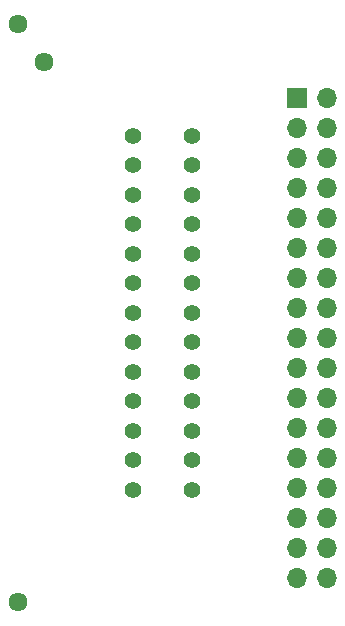
<source format=gbr>
%TF.GenerationSoftware,KiCad,Pcbnew,(5.1.10)-1*%
%TF.CreationDate,2024-05-08T08:18:54+02:00*%
%TF.ProjectId,KC85-FDD_OUT,4b433835-2d46-4444-945f-4f55542e6b69,rev?*%
%TF.SameCoordinates,Original*%
%TF.FileFunction,Soldermask,Bot*%
%TF.FilePolarity,Negative*%
%FSLAX46Y46*%
G04 Gerber Fmt 4.6, Leading zero omitted, Abs format (unit mm)*
G04 Created by KiCad (PCBNEW (5.1.10)-1) date 2024-05-08 08:18:54*
%MOMM*%
%LPD*%
G01*
G04 APERTURE LIST*
%ADD10O,1.700000X1.700000*%
%ADD11R,1.700000X1.700000*%
%ADD12C,1.400000*%
%ADD13C,1.610000*%
G04 APERTURE END LIST*
D10*
%TO.C,J2*%
X124967000Y-143645001D03*
X122427000Y-143645001D03*
X124967000Y-141105001D03*
X122427000Y-141105001D03*
X124967000Y-138565001D03*
X122427000Y-138565001D03*
X124967000Y-136025001D03*
X122427000Y-136025001D03*
X124967000Y-133485001D03*
X122427000Y-133485001D03*
X124967000Y-130945001D03*
X122427000Y-130945001D03*
X124967000Y-128405001D03*
X122427000Y-128405001D03*
X124967000Y-125865001D03*
X122427000Y-125865001D03*
X124967000Y-123325001D03*
X122427000Y-123325001D03*
X124967000Y-120785001D03*
X122427000Y-120785001D03*
X124967000Y-118245001D03*
X122427000Y-118245001D03*
X124967000Y-115705001D03*
X122427000Y-115705001D03*
X124967000Y-113165001D03*
X122427000Y-113165001D03*
X124967000Y-110625001D03*
X122427000Y-110625001D03*
X124967000Y-108085001D03*
X122427000Y-108085001D03*
X124967000Y-105545001D03*
X122427000Y-105545001D03*
X124967000Y-103005001D03*
D11*
X122427000Y-103005001D03*
%TD*%
D12*
%TO.C,J1*%
X108512000Y-136224000D03*
X108512000Y-133724000D03*
X108512000Y-131224000D03*
X108512000Y-128724000D03*
X108512000Y-126224000D03*
X108512000Y-123724000D03*
X108512000Y-121224000D03*
X108512000Y-118724000D03*
X108512000Y-116224000D03*
X108512000Y-113724000D03*
X108512000Y-111224000D03*
X108512000Y-108724000D03*
X108512000Y-106224000D03*
X113512000Y-136224000D03*
X113512000Y-133724000D03*
X113512000Y-131224000D03*
X113512000Y-128724000D03*
X113512000Y-126224000D03*
X113512000Y-123724000D03*
X113512000Y-121224000D03*
X113512000Y-118724000D03*
X113512000Y-116224000D03*
X113512000Y-113724000D03*
X113512000Y-111224000D03*
X113512000Y-108724000D03*
X113512000Y-106224000D03*
D13*
X101012000Y-99974000D03*
X98780600Y-145669000D03*
X98780600Y-96774000D03*
%TD*%
M02*

</source>
